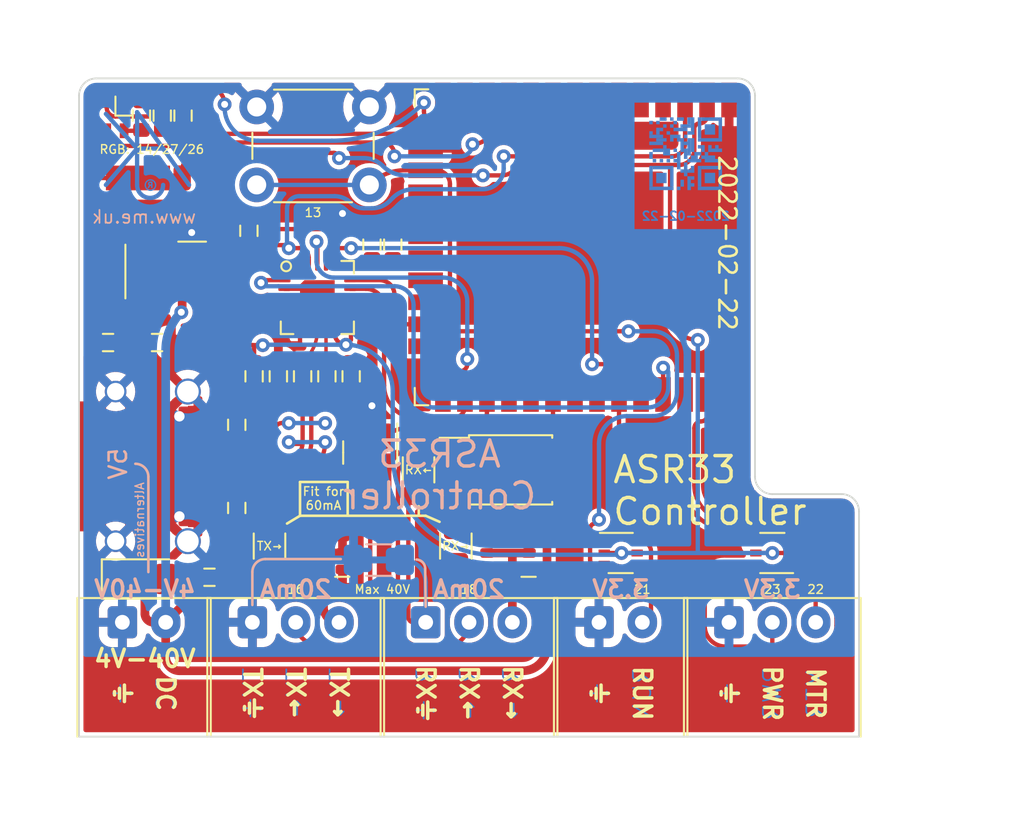
<source format=kicad_pcb>
(kicad_pcb (version 20211014) (generator pcbnew)
  (title_block (title "ASR33 driver") (date "${DATE}") (rev "1") (comment 1 "www.me.uk") (comment 2 "@TheRealRevK"))
  (layers (0 "F.Cu" signal) (31 "B.Cu" signal) (34 "B.Paste" user) (35 "F.Paste" user) (36 "B.SilkS" user "B.Silkscreen") (37 "F.SilkS" user "F.Silkscreen") (38 "B.Mask" user) (39 "F.Mask" user) (44 "Edge.Cuts" user))
  (property "DATE" "2022-02-22")
  (net 0 "")
  (net 1 "D+")
  (net 2 "GND")
  (net 3 "D-")
  (net 4 "+3V3")
  (net 5 "VBUS")
  (net 7 "MTR")
  (net 8 "PWR")
  (net 9 "RUN")
  (net 10 "RX20MA")
  (net 11 "O")
  (net 12 "I")
  (net 13 "Net-(J1-PadA5)")
  (net 22 "EN")
  (net 24 "Net-(J1-PadB5)")
  (net 26 "GPIO0")
  (net 28 "Net-(D1-Pad2)")
  (net 29 "TX20MA")
  (net 30 "CHARGER")
  (net 31 "USB")
  (net 32 "Net-(C2-Pad1)")
  (net 33 "Net-(D1-Pad3)")
  (net 34 "R")
  (net 35 "G")
  (net 36 "B")
  (net 38 "Net-(R2-Pad2)")
  (net 39 "Net-(D1-Pad4)")
  (net 40 "Net-(C3-Pad1)")
  (net 41 "Net-(J5-Pad2)")
  (net 42 "Net-(J6-Pad1)")
  (net 43 "Net-(J6-Pad2)")
  (net 44 "Net-(JP1-Pad1)")
  (net 45 "Net-(JP2-Pad1)")
  (net 50 "BUTTON")
  (net 52 "Net-(R11-Pad2)")
  (net 53 "Net-(J5-Pad3)")
  (net 54 "DC")
  (net 56 "Net-(J6-Pad3)")
  (footprint "RevK:USC16-TR-Round" (layer "F.Cu") (at 120 104.4 -90)
    (fp_text reference "J1" hide)
    (fp_text value "USB-C")
  )
  (footprint "RevK:R_0603" (layer "F.Cu") (at 124.8 84.15 90)
    (fp_text reference "R6" hide)
    (fp_text value "220R")
  )
  (footprint "RevK:C_0603" (layer "F.Cu") (at 130.1 99.2 -90)
    (fp_text reference "C1" hide)
    (fp_text value "100nF")
  )
  (footprint "RevK:R_0603" (layer "F.Cu") (at 129.1 106.8 90)
    (fp_text reference "R8" hide)
    (fp_text value "5K1")
  )
  (footprint "RevK:R_0603" (layer "F.Cu") (at 129.1 102 90)
    (fp_text reference "R7" hide)
    (fp_text value "5K1")
  )
  (footprint "RevK:R_0603" (layer "F.Cu") (at 134.3 99.2 90)
    (fp_text reference "R9" hide)
    (fp_text value "27R")
  )
  (footprint "RevK:R_0603" (layer "F.Cu") (at 132.9 99.2 -90)
    (fp_text reference "R10" hide)
    (fp_text value "27R")
  )
  (footprint "RevK:LED-RGB-1.6x1.6" (layer "F.Cu") (at 122.1 84.15 90)
    (fp_text reference "D1" hide)
    (fp_text value "RGB")
  )
  (footprint "RevK:R_0603" (layer "F.Cu") (at 123.6 84.15 90)
    (fp_text reference "R4" hide)
    (fp_text value "680R")
  )
  (footprint "RevK:R_0603" (layer "F.Cu") (at 126 84.15 90)
    (fp_text reference "R5" hide)
    (fp_text value "2K")
  )
  (footprint "RevK:C_0603" (layer "F.Cu") (at 127.525 110.8 180)
    (fp_text reference "C4" hide)
    (fp_text value "10nF")
  )
  (footprint "RevK:C_0603" (layer "F.Cu") (at 135.7 99.2 90)
    (fp_text reference "C2" hide)
    (fp_text value "47pF")
  )
  (footprint "RevK:C_0603" (layer "F.Cu") (at 131.5 99.2 90)
    (fp_text reference "C3" hide)
    (fp_text value "47pF")
  )
  (footprint "RevK:Hidden" (layer "F.Cu") (at 126.9 94 180)
    (fp_text reference "C6" hide)
    (fp_text value "2.2uF")
  )
  (footprint "RevK:Hidden" (layer "F.Cu") (at 126.9 87.75 180)
    (fp_text reference "C7" hide)
    (fp_text value "10uF")
  )
  (footprint "RevK:Hidden" (layer "F.Cu") (at 126.51 90.87 90)
    (fp_text reference "D5" hide)
    (fp_text value "Schottky")
  )
  (footprint "RevK:Hidden" (layer "F.Cu") (at 123.35 89.25 90)
    (fp_text reference "L1" hide)
    (fp_text value "6.8uH")
  )
  (footprint "RevK:Hidden" (layer "F.Cu") (at 123.6 95.25)
    (fp_text reference "C5" hide)
    (fp_text value "0.1uF")
  )
  (footprint "RevK:SOT-457" (layer "F.Cu") (at 144.75 109.4 180)
    (fp_text reference "U4" hide)
    (fp_text value "NCR402U")
  )
  (footprint "RevK:SOT-457" (layer "F.Cu") (at 134 109.4 180)
    (fp_text reference "U3" hide)
    (fp_text value "NCR402U")
  )
  (footprint "RevK:R_0603" (layer "F.Cu") (at 129.8 90.8 90)
    (fp_text reference "R1" hide)
    (fp_text value "10k")
  )
  (footprint "Package_SO:SO-4_4.4x3.6mm_P2.54mm" (layer "F.Cu") (at 144.9 104.6)
    (fp_text reference "U5" hide)
    (fp_text value "LTV-356T")
  )
  (footprint "RevK:QFN-20-1EP_4x4mm_P0.5mm_EP2.5x2.5mm" (layer "F.Cu") (at 133.75 94.65)
    (fp_text reference "U1" hide)
    (fp_text value "FT231XQ")
  )
  (footprint "Package_TO_SOT_SMD:SOT-363_SC-70-6" (layer "F.Cu") (at 160 109.4 180)
    (fp_text reference "D2" hide)
    (fp_text value "BAV99S")
  )
  (footprint "Package_TO_SOT_SMD:SOT-23" (layer "F.Cu") (at 136.8 103.6 -90)
    (fp_text reference "Q1" hide)
    (fp_text value "NX7002AK")
  )
  (footprint "RevK:Molex_MiniSPOX_H3RA" (layer "F.Cu") (at 132.5 113.4)
    (fp_text reference "J5" hide)
    (fp_text value "Tx")
  )
  (footprint "RevK:Pad_1206_0805_Open" (layer "F.Cu") (at 131 109 90)
    (fp_text reference "JP1" hide)
    (fp_text value "20R NF")
  )
  (footprint "RevK:Pad_1206_0805_Open" (layer "F.Cu") (at 139.6 104.6 90)
    (fp_text reference "JP4" hide)
    (fp_text value "20R NF")
  )
  (footprint "RevK:R_0603" (layer "F.Cu") (at 124.5 97.25 180)
    (fp_text reference "R12" hide)
    (fp_text value "3M 1% or NF")
  )
  (footprint "RevK:SW_PUSH_6mm_PTH" (layer "F.Cu") (at 133.5 85.9)
    (fp_text reference "SW1" hide)
    (fp_text value "SW_Push")
  )
  (footprint "Package_TO_SOT_SMD:SOT-363_SC-70-6" (layer "F.Cu") (at 151.25 109.4)
    (fp_text reference "D3" hide)
    (fp_text value "BAV99S")
  )
  (footprint "RevK:R_0603" (layer "F.Cu") (at 136.9 91.6 -90)
    (fp_text reference "R2" hide)
    (fp_text value "4k7")
  )
  (footprint "Diode_SMD:D_1206_3216Metric" (layer "F.Cu") (at 123.6 110.9)
    (fp_text reference "D4" hide)
    (fp_text value "Schottky")
  )
  (footprint "RevK:Molex_MiniSPOX_H3RA" (layer "F.Cu") (at 142.5 113.4)
    (fp_text reference "J6" hide)
    (fp_text value "Rx")
  )
  (footprint "RevK:Molex_MiniSPOX_H2RA" (layer "F.Cu") (at 123.75 113.4)
    (fp_text reference "J2" hide)
    (fp_text value "DC")
  )
  (footprint "RevK:Pad_1206_0805_Open" (layer "F.Cu") (at 141.75 109 90)
    (fp_text reference "JP2" hide)
    (fp_text value "20R NF")
  )
  (footprint "RevK:ESP32-WROOM-32" (layer "F.Cu") (at 149.25 91.75 -90)
    (fp_text reference "U2" hide)
    (fp_text value "ESP32-WROOM-32")
  )
  (footprint "RevK:R_0603" (layer "F.Cu") (at 138.1 91.6 90)
    (fp_text reference "R3" hide)
    (fp_text value "10k")
  )
  (footprint "RevK:R_0603" (layer "F.Cu") (at 121.675 97.25)
    (fp_text reference "R11" hide)
    (fp_text value "10M 1% or 0R")
  )
  (footprint "RevK:Molex_MiniSPOX_H3RA" (layer "F.Cu") (at 160 113.4)
    (fp_text reference "J3" hide)
    (fp_text value "Power")
  )
  (footprint "RevK:Molex_MiniSPOX_H2RA" (layer "F.Cu") (at 151.25 113.4)
    (fp_text reference "J4" hide)
    (fp_text value "RUN")
  )
  (footprint "RevK:RegulatorBlockFB" (layer "F.Cu") (at 123.35 93.15 90)
    (fp_text reference "U6" hide)
    (fp_text value "LMR16006+FB")
  )
  (footprint "RevK:AJK" (layer "B.Cu") (at 123.35 86.05 180)
    (fp_text reference "Logo1" hide)
    (fp_text value "AJK" hide)
  )
  (footprint "RevK:Pad_1206_0805_Bridged" (layer "B.Cu") (at 137.3 109.8)
    (fp_text reference "JP3" hide)
    (fp_text value "GND-Linked")
  )
  (footprint "RevK:QR-ASR33" (layer "B.Cu") (at 155 86.35 180)
    (fp_text reference "U7" hide)
    (fp_text value "QR" hide)
  )
  (gr_arc (start 130 110.5) (mid 130.21967 109.96967) (end 130.75 109.75) (layer "B.SilkS") (width 0.15))
  (gr_line (start 130.75 109.75) (end 135.1 109.75) (layer "B.SilkS") (width 0.15))
  (gr_arc (start 123.25 104.25) (mid 123.78033 104.46967) (end 124 105) (layer "B.SilkS") (width 0.15))
  (gr_line (start 140 112.5) (end 139.96967 110.3) (layer "B.SilkS") (width 0.15))
  (gr_arc (start 139.46967 109.78033) (mid 139.826099 109.937764) (end 139.96967 110.3) (layer "B.SilkS") (width 0.15))
  (gr_line (start 124 105) (end 124 110.5) (layer "B.SilkS") (width 0.15))
  (gr_line (start 130 112.4) (end 130 110.5) (layer "B.SilkS") (width 0.15))
  (gr_line (start 139.6 107.2) (end 139.6 106.7) (layer "F.SilkS") (width 0.15))
  (gr_line (start 140 107.25) (end 140.8 107.6) (layer "F.SilkS") (width 0.15))
  (gr_line (start 135.5 105.3) (end 135.5 107.2) (layer "F.SilkS") (width 0.15))
  (gr_line (start 132.75 107.25) (end 132.75 105.3) (layer "F.SilkS") (width 0.15))
  (gr_line (start 132.75 105.3) (end 135.5 105.3) (layer "F.SilkS") (width 0.15))
  (gr_line (start 132 107.7) (end 132.75 107.25) (layer "F.SilkS") (width 0.15))
  (gr_line (start 132.75 107.25) (end 140 107.25) (layer "F.SilkS") (width 0.15))
  (gr_line (start 159 105) (end 159 83) (layer "Edge.Cuts") (width 0.1))
  (gr_arc (start 120 83) (mid 120.292893 82.292893) (end 121 82) (layer "Edge.Cuts") (width 0.1))
  (gr_arc (start 158 82) (mid 158.707107 82.292893) (end 159 83) (layer "Edge.Cuts") (width 0.1))
  (gr_line (start 164 106) (end 160 106) (layer "Edge.Cuts") (width 0.1))
  (gr_arc (start 164 106) (mid 164.707107 106.292893) (end 165 107) (layer "Edge.Cuts") (width 0.1))
  (gr_line (start 120 120) (end 165 120) (layer "Edge.Cuts") (width 0.1))
  (gr_line (start 120 120) (end 120 83) (layer "Edge.Cuts") (width 0.1))
  (gr_arc (start 160 106) (mid 159.292893 105.707107) (end 159 105) (layer "Edge.Cuts") (width 0.1))
  (gr_line (start 158 82) (end 121 82) (layer "Edge.Cuts") (width 0.1))
  (gr_line (start 165 120) (end 165 107) (layer "Edge.Cuts") (width 0.1))
  (gr_text "⏚" (at 150 117.5 90) (layer "B.Cu") (effects (font (size 1 1) (thickness 0.1)) (justify mirror)))
  (gr_text "⏚" (at 122.5 117.5 90) (layer "B.Cu") (effects (font (size 1 1) (thickness 0.1)) (justify mirror)))
  (gr_text "TX←" (at 132.5 117.5 90) (layer "B.Cu") (effects (font (size 1 1) (thickness 0.1)) (justify mirror)))
  (gr_text "MTR" (at 162.5 117.5 90) (layer "B.Cu") (effects (font (size 1 1) (thickness 0.1)) (justify mirror)))
  (gr_text "⏚" (at 157.5 117.5 90) (layer "B.Cu") (effects (font (size 1 1) (thickness 0.1)) (justify mirror)))
  (gr_text "RX→" (at 145 117.5 90) (layer "B.Cu") (effects (font (size 1 1) (thickness 0.1)) (justify mirror)))
  (gr_text "RUN" (at 152.5 117.5 90) (layer "B.Cu") (effects (font (size 1 1) (thickness 0.1)) (justify mirror)))
  (gr_text "DC" (at 125 117.5 90) (layer "B.Cu") (effects (font (size 1 1) (thickness 0.1)) (justify mirror)))
  (gr_text "TX→" (at 135 117.5 90) (layer "B.Cu") (effects (font (size 1 1) (thickness 0.1)) (justify mirror)))
  (gr_text "TX⏚" (at 130 117.5 90) (layer "B.Cu") (effects (font (size 1 1) (thickness 0.1)) (justify mirror)))
  (gr_text "PWR" (at 160 117.5 90) (layer "B.Cu") (effects (font (size 1 1) (thickness 0.1)) (justify mirror)))
  (gr_text "RX⏚" (at 140 117.5 90) (layer "B.Cu") (effects (font (size 1 1) (thickness 0.1)) (justify mirror)))
  (gr_text "RX←" (at 142.5 117.5 90) (layer "B.Cu") (effects (font (size 1 1) (thickness 0.1)) (justify mirror)))
  (gr_text "5V" (at 122.25 104.25 90) (layer "B.SilkS") (effects (font (size 1 1)) (justify mirror)))
  (gr_text "www.me.uk" (at 123.75 90) (layer "B.SilkS") (effects (font (size 0.75 0.75) (thickness 0.1)) (justify mirror)))
  (gr_text "4V-40V" (at 123.8 111.5) (layer "B.SilkS") (effects (font (size 1 1) (thickness 0.2)) (justify mirror)))
  (gr_text "20mA" (at 132.5 111.5) (layer "B.SilkS") (effects (font (size 1 1) (thickness 0.2)) (justify mirror)))
  (gr_text "ASR33\nController" (at 140.8 104.9) (layer "B.SilkS") (effects (font (size 1.5 1.5) (thickness 0.2)) (justify mirror)))
  (gr_text "3.3V" (at 160 111.5) (layer "B.SilkS") (effects (font (size 1 1) (thickness 0.2)) (justify mirror)))
  (gr_text "20mA" (at 142.5 111.5) (layer "B.SilkS") (effects (font (size 1 1) (thickness 0.2)) (justify mirror)))
  (gr_text "Alternatives" (at 123.5 107.5 90) (layer "B.SilkS") (effects (font (size 0.5 0.5) (thickness 0.08)) (justify mirror)))
  (gr_text "3.3V" (at 151.25 111.5) (layer "B.SilkS") (effects (font (size 1 1) (thickness 0.2)) (justify mirror)))
  (gr_text "TX→" (at 131 109) (layer "F.SilkS") (effects (font (size 0.5 0.5) (thickness 0.08))))
  (gr_text "MTR" (at 162.5 117.5 270) (layer "F.SilkS") (effects (font (size 1 1) (thickness 0.2))))
  (gr_text "22" (at 162.5 111.5) (layer "F.SilkS") (effects (font (size 0.5 0.5) (thickness 0.08))))
  (gr_text "⏚" (at 122.5 117.5 270) (layer "F.SilkS") (effects (font (size 1 1) (thickness 0.2))))
  (gr_text "4V-40V" (at 123.8 115.5) (layer "F.SilkS") (effects (font (size 1 1) (thickness 0.2))))
  (gr_text "Fit for\n60mA" (at 134.1 106.25) (layer "F.SilkS") (effects (font (size 0.5 0.5) (thickness 0.08))))
  (gr_text "${DATE}" (at 157.4 91.5 270) (layer "F.SilkS") (effects (font (size 1 1))))
  (gr_text "RX→" (at 141.75 109) (layer "F.SilkS") (effects (font (size 0.5 0.5) (thickness 0.08))))
  (gr_text "RUN" (at 152.5 117.5 270) (layer "F.SilkS") (effects (font (size 1 1) (thickness 0.2))))
  (gr_text "⏚" (at 157.5 117.5 270) (layer "F.SilkS") (effects (font (size 1 1) (thickness 0.2))))
  (gr_text "18" (at 142.5 111.5) (layer "F.SilkS") (effects (font (size 0.5 0.5) (thickness 0.08))))
  (gr_text "ASR33\nController" (at 150.7 105.8) (layer "F.SilkS") (effects (font (size 1.5 1.5) (thickness 0.2)) (justify left)))
  (gr_text "TX⏚" (at 130 117.5 270) (layer "F.SilkS") (effects (font (size 1 1) (thickness 0.2))))
  (gr_text "RGB: 14/27/26" (at 124.2 86.1) (layer "F.SilkS") (effects (font (size 0.5 0.5) (thickness 0.08))))
  (gr_text "TX←" (at 132.5 117.5 270) (layer "F.SilkS") (effects (font (size 1 1) (thickness 0.2))))
  (gr_text "PWR" (at 160 117.5 270) (layer "F.SilkS") (effects (font (size 1 1) (thickness 0.2))))
  (gr_text "21" (at 152.5 111.5) (layer "F.SilkS") (effects (font (size 0.5 0.5) (thickness 0.08))))
  (gr_text "TX→" (at 135 117.5 270) (layer "F.SilkS") (effects (font (size 1 1) (thickness 0.2))))
  (gr_text "Max 40V" (at 137.5 111.5) (layer "F.SilkS") (effects (font (size 0.5 0.5) (thickness 0.08))))
  (gr_text "⏚" (at 150 117.5 270) (layer "F.SilkS") (effects (font (size 1 1) (thickness 0.2))))
  (gr_text "RX←" (at 142.5 117.5 270) (layer "F.SilkS") (effects (font (size 1 1) (thickness 0.2))))
  (gr_text "13" (at 133.5 89.75) (layer "F.SilkS") (effects (font (size 0.5 0.5) (thickness 0.08))))
  (gr_text "16" (at 132.5 111.5) (layer "F.SilkS") (effects (font (size 0.5 0.5) (thickness 0.08))))
  (gr_text "RX⏚" (at 140 117.5 270) (layer "F.SilkS") (effects (font (size 1 1) (thickness 0.2))))
  (gr_text "23" (at 160 111.5) (layer "F.SilkS") (effects (font (size 0.5 0.5) (thickness 0.08))))
  (gr_text "RX→" (at 145 117.5 270) (layer "F.SilkS") (effects (font (size 1 1) (thickness 0.2))))
  (gr_text "RX←" (at 139.6 104.6) (layer "F.SilkS") (effects (font (size 0.5 0.5) (thickness 0.08))))
  (gr_text "DC" (at 125 117.5 270) (layer "F.SilkS") (effects (font (size 1 1) (thickness 0.2))))
  (segment (start 133.060571 98.214429) (end 132.9 98.375) (width 0.2) (layer "F.Cu") (net 1))
  (arc (start 133.75 96.55) (mid 133.570823 97.450782) (end 133.060571 98.214429) (width 0.2) (layer "F.Cu") (net 1))
  (segment (start 133.25 94.15) (end 133.75 94.65) (width 0.25) (layer "F.Cu") (net 2))
  (segment (start 135.7 98.425) (end 136.175 98.425) (width 0.25) (layer "F.Cu") (net 2))
  (segment (start 150 111.6) (end 150 113.4) (width 0.25) (layer "F.Cu") (net 2))
  (segment (start 131.5 97.3) (end 131.5 98.425) (width 0.25) (layer "F.Cu") (net 2))
  (segment (start 132.7 97.3) (end 131.5 97.3) (width 0.25) (layer "F.Cu") (net 2))
  (segment (start 131.85 94.15) (end 133.25 94.15) (width 0.25) (layer "F.Cu") (net 2))
  (segment (start 151.2 108) (end 151.2 107.7) (width 0.25) (layer "F.Cu") (net 2))
  (segment (start 126.52 89.3875) (end 126.52 90.851716) (width 0.5) (layer "F.Cu") (net 2))
  (segment (start 135.65 94.65) (end 135.85 94.65) (width 0.25) (layer "F.Cu") (net 2))
  (segment (start 130.1 99.975) (end 130.1 99.825) (width 0.25) (layer "F.Cu") (net 2))
  (segment (start 128.7 108.025) (end 128.7 110.4) (width 0.25) (layer "F.Cu") (net 2))
  (segment (start 136.1 107.7) (end 136.1 110.2) (width 0.25) (layer "F.Cu") (net 2))
  (segment (start 132.75 97.25) (end 132.7 97.3) (width 0.25) (layer "F.Cu") (net 2))
  (segment (start 131.85 95.65) (end 132.75 95.65) (width 0.25) (layer "F.Cu") (net 2))
  (segment (start 132.75 96.55) (end 132.75 97.25) (width 0.25) (layer "F.Cu") (net 2))
  (segment (start 132.75 96.55) (end 132.75 95.65) (width 0.25) (layer "F.Cu") (net 2))
  (segment (start 135.9 110.4) (end 135.25 110.4) (width 0.25) (layer "F.Cu") (net 2))
  (segment (start 131.85 94.65) (end 133.75 94.65) (width 0.25) (layer "F.Cu") (net 2))
  (segment (start 135.65 94.65) (end 133.75 94.65) (width 0.25) (layer "F.Cu") (net 2))
  (segment (start 131.85 95.15) (end 133.25 95.15) (width 0.25) (layer "F.Cu") (net 2))
  (segment (start 150.3 108.75) (end 150.45 108.75) (width 0.25) (layer "F.Cu") (net 2))
  (segment (start 130.425 106.3) (end 134.7 106.3) (width 0.25) (layer "F.Cu") (net 2))
  (segment (start 130.1 99.825) (end 131.5 98.425) (width 0.25) (layer "F.Cu") (net 2))
  (segment (start 150.1 106.6) (end 150 106.6) (width 0.25) (layer "F.Cu") (net 2))
  (segment (start 129.1 107.625) (end 130.425 106.3) (width 0.25) (layer "F.Cu") (net 2))
  (segment (start 148.8 107.8) (end 148.8 110.4) (width 0.25) (layer "F.Cu") (net 2))
  (segment (start 136.8 95.6) (end 136.8 97.8) (width 0.25) (layer "F.Cu") (net 2))
  (segment (start 132.75 95.65) (end 133.75 94.65) (width 0.25) (layer "F.Cu") (net 2))
  (via (at 136.9 100.9) (size 0.8) (drill 0.4) (layers "F.Cu" "B.Cu") (net 2))
  (via (at 135.2 89.8) (size 0.8) (drill 0.4) (layers "F.Cu" "B.Cu") (net 2))
  (via (at 126.5 90.9) (size 0.8) (drill 0.4) (layers "F.Cu" "B.Cu") (net 2))
  (arc (start 136.175 98.425) (mid 136.616942 98.241942) (end 136.8 97.8) (width 0.25) (layer "F.Cu") (net 2))
  (arc (start 150 106.6) (mid 149.151472 106.951472) (end 148.8 107.8) (width 0.25) (layer "F.Cu") (net 2))
  (arc (start 148.8 110.4) (mid 149.092893 111.107107) (end 149.8 111.4) (width 0.25) (layer "F.Cu") (net 2))
  (arc (start 128.7 110.4) (mid 128.582843 110.682843) (end 128.3 110.8) (width 0.25) (layer "F.Cu") (net 2))
  (arc (start 149.8 111.4) (mid 149.941421 111.458579) (end 150 111.6) (width 0.25) (layer "F.Cu") (net 2))
  (arc (start 134.7 106.3) (mid 135.689949 106.710051) (end 136.1 107.7) (width 0.25) (layer "F.Cu") (net 2))
  (arc (start 150.45 108.75) (mid 150.98033 108.53033) (end 151.2 108) (width 0.25) (layer "F.Cu") (net 2))
  (arc (start 126.52 90.851716) (mid 126.514802 90.877847) (end 126.5 90.9) (width 0.5) (layer "F.Cu") (net 2))
  (arc (start 135.85 94.65) (mid 136.521751 94.928249) (end 136.8 95.6) (width 0.25) (layer "F.Cu") (net 2))
  (arc (start 136.1 110.2) (mid 136.041421 110.341421) (end 135.9 110.4) (width 0.25) (layer "F.Cu") (net 2))
  (arc (start 151.2 107.7) (mid 150.877817 106.922183) (end 150.1 106.6) (width 0.25) (layer "F.Cu") (net 2))
  (arc (start 135.25 110.4) (mid 135.214645 110.385355) (end 135.2 110.35) (width 0.25) (layer "F.Cu") (net 2))
  (arc (start 129.1 107.625) (mid 128.817157 107.742157) (end 128.7 108.025) (width 0.25) (layer "F.Cu") (net 2))
  (segment (start 134.25 96.55) (end 134.25 98.25429) (width 0.2) (layer "F.Cu") (net 3))
  (arc (start 134.25 98.25429) (mid 134.262994 98.319617) (end 134.3 98.375) (width 0.2) (layer "F.Cu") (net 3))
  (segment (start 155.5 84.9) (end 155.5 86.1) (width 0.25) (layer "F.Cu") (net 4))
  (segment (start 135.65 95.15) (end 135.65 95.65) (width 0.25) (layer "F.Cu") (net 4))
  (segment (start 122.6 83.275) (end 122.6 83) (width 0.25) (layer "F.Cu") (net 4))
  (segment (start 130.05 92.75) (end 132.75 92.75) (width 0.25) (layer "F.Cu") (net 4))
  (segment (start 130.1 98.425) (end 130.1 97.5) (width 0.25) (layer "F.Cu") (net 4))
  (segment (start 123.4 87.75) (end 120.45 87.75) (width 0.25) (layer "F.Cu") (net 4))
  (segment (start 154.6 87) (end 154.1 87) (width 0.25) (layer "F.Cu") (net 4))
  (segment (start 135.6875 95.65) (end 135.6875 97.088174) (width 0.25) (layer "F.Cu") (net 4))
  (segment (start 135.6875 97.088174) (end 135.398569 97.377105) (width 0.25) (layer "F.Cu") (net 4))
  (segment (start 120.4 87.7) (end 120.4 96.8) (width 0.25) (layer "F.Cu") (net 4))
  (segment (start 125.95 87.75) (end 125.95 87.35) (width 0.25) (layer "F.Cu") (net 4))
  (segment (start 150.3 109.4) (end 151.3 109.4) (width 0.25) (layer "F.Cu") (net 4))
  (segment (start 127 86.3) (end 134.7 86.3) (width 0.25) (layer "F.Cu") (net 4))
  (segment (start 154.1 87) (end 154.1 95.5) (width 0.25) (layer "F.Cu") (net 4))
  (segment (start 130.6 97.4) (end 130 97.4) (width 0.25) (layer "F.Cu") (net 4))
  (segment (start 151.3 109.4) (end 152.2 109.4) (width 0.25) (layer "F.Cu") (net 4))
  (segment (start 134.75 96.55) (end 134.75 96.728536) (width 0.25) (layer "F.Cu") (net 4))
  (segment (start 143.3 87.6) (end 144.375736 87.6) (width 0.25) (layer "F.Cu") (net 4))
  (segment (start 159.05 109.4) (end 160 109.4) (width 0.25) (layer "F.Cu") (net 4))
  (segment (start 122 82.4) (end 121.1 82.4) (width 0.25) (layer "F.Cu") (net 4))
  (segment (start 120.4 83.1) (end 120.4 87.7) (width 0.25) (layer "F.Cu") (net 4))
  (segment (start 154.1 87) (end 145.824264 87) (width 0.25) (layer "F.Cu") (net 4))
  (segment (start 128.7 86.3) (end 128.7 88.875) (width 0.25) (layer "F.Cu") (net 4))
  (segment (start 129.5 93.3) (end 129.5 96.9) (width 0.25) (layer "F.Cu") (net 4))
  (segment (start 156.235 83.25) (end 156.235 84.165) (width 0.25) (layer "F.Cu") (net 4))
  (segment (start 160 109.4) (end 160.95 109.4) (width 0.25) (layer "F.Cu") (net 4))
  (via (at 155.7 97.1) (size 0.8) (drill 0.4) (layers "F.Cu" "B.Cu") (net 4))
  (via (at 151.3 109.4) (size 0.8) (drill 0.4) (layers "F.Cu" "B.Cu") (net 4))
  (via (at 160 109.4) (size 0.8) (drill 0.4) (layers "F.Cu" "B.Cu") (net 4))
  (via (at 135 86.6) (size 0.8) (drill 0.4) (layers "F.Cu" "B.Cu") (net 4))
  (via (at 130.6 97.4) (size 0.8) (drill 0.4) (layers "F.Cu" "B.Cu") (net 4))
  (via (at 143.3 87.6) (size 0.8) (drill 0.4) (layers "F.Cu" "B.Cu") (net 4))
  (via (at 135.398569 97.377105) (size 0.8) (drill 0.4) (layers "F.Cu" "B.Cu") (net 4))
  (arc (start 129.8 89.975) (mid 129.022183 89.652817) (end 128.7 88.875) (width 0.25) (layer "F.Cu") (net 4))
  (arc (start 145.1 87.3) (mid 144.767706 87.522032) (end 144.375736 87.6) (width 0.25) (layer "F.Cu") (net 4))
  (arc (start 120.4 83.1) (mid 120.605025 82.605025) (end 121.1 82.4) (width 0.25) (layer "F.Cu") (net 4))
  (arc (start 120.45 87.75) (mid 120.414645 87.735355) (end 120.4 87.7) (width 0.25) (layer "F.Cu") (net 4))
  (arc (start 130 97.4) (mid 129.646447 97.253553) (end 129.5 96.9) (width 0.25) (layer "F.Cu") (net 4))
  (arc (start 120.4 96.8) (mid 120.531802 97.118198) (end 120.85 97.25) (width 0.25) (layer "F.Cu") (net 4))
  (arc (start 145.824264 87) (mid 145.432296 87.077967) (end 145.1 87.3) (width 0.25) (layer "F.Cu") (net 4))
  (arc (start 130.1 97.5) (mid 130.070711 97.429289) (end 130 97.4) (width 0.25) (layer "F.Cu") (net 4))
  (arc (start 155.5 86.1) (mid 155.236396 86.736396) (end 154.6 87) (width 0.25) (layer "F.Cu") (net 4))
  (arc (start 134.75 96.728536) (mid 134.939961 97.187144) (end 135.398569 97.377105) (width 0.25) (layer "F.Cu") (net 4))
  (arc (start 155.8 84.6) (mid 155.587868 84.687868) (end 155.5 84.9) (width 0.25) (layer "F.Cu") (net 4))
  (arc (start 125.95 87.35) (mid 126.257538 86.607538) (end 127 86.3) (width 0.25) (layer "F.Cu") (net 4))
  (arc (start 154.1 95.5) (mid 154.568629 96.631371) (end 155.7 97.1) (width 0.25) (layer "F.Cu") (net 4))
  (arc (start 122.6 83) (mid 122.424264 82.575736) (end 122 82.4) (width 0.25) (layer "F.Cu") (net 4))
  (arc (start 134.7 86.3) (mid 134.912132 86.387868) (end 135 86.6) (width 0.25) (layer "F.Cu") (net 4))
  (arc (start 156.235 84.165) (mid 156.107591 84.472591) (end 155.8 84.6) (width 0.25) (layer "F.Cu") (net 4))
  (arc (start 129.5 93.3) (mid 129.661091 92.911091) (end 130.05 92.75) (width 0.25) (layer "F.Cu") (net 4))
  (segment (start 135.398569 97.377105) (end 130.622895 97.377105) (width 0.25) (layer "B.Cu") (net 4))
  (segment (start 130.622895 97.377105) (end 130.6 97.4) (width 0.25) (layer "B.Cu") (net 4))
  (segment (start 136.417755 86.6) (end 135 86.6) (width 0.25) (layer "B.Cu") (net 4))
  (segment (start 138.1 100.3) (end 138.1 103.7) (width 0.25) (layer "B.Cu") (net 4))
  (segment (start 143.9 109.5) (end 151.2 109.5) (width 0.25) (layer "B.Cu") (net 4))
  (segment (start 138.1 100.078536) (end 138.1 100.3) (width 0.25) (layer "B.Cu") (net 4))
  (segment (start 155.7 109.4) (end 160 109.4) (width 0.25) (layer "B.Cu") (net 4))
  (segment (start 151.3 109.4) (end 155.7 109.4) (width 0.25) (layer "B.Cu") (net 4))
  (segment (start 155.7 97.1) (end 155.7 109.4) (width 0.25) (layer "B.Cu") (net 4))
  (segment (start 138.831967 87.6) (end 143.3 87.6) (width 0.25) (layer "B.Cu") (net 4))
  (arc (start 135.398569 97.377105) (mid 137.308769 98.168336) (end 138.1 100.078536) (width 0.25) (layer "B.Cu") (net 4))
  (arc (start 138.1 103.7) (mid 139.798781 107.801219) (end 143.9 109.5) (width 0.25) (layer "B.Cu") (net 4))
  (arc (start 137.536571 87.063429) (mid 137.023253 86.720441) (end 136.417755 86.6) (width 0.25) (layer "B.Cu") (net 4))
  (arc (start 151.2 109.5) (mid 151.270711 109.470711) (end 151.3 109.4) (width 0.25) (layer "B.Cu") (net 4))
  (arc (start 138.831967 87.6) (mid 138.130904 87.46055) (end 137.536571 87.063429) (width 0.25) (layer "B.Cu") (net 4))
  (segment (start 126.86 106.8) (end 126.4 106.8) (width 0.25) (layer "F.Cu") (net 5))
  (segment (start 129 91.208217) (end 129 99.192894) (width 0.25) (layer "F.Cu") (net 5))
  (segment (start 126.75 110.8) (end 127.54038 110.00962) (width 0.5) (layer "F.Cu") (net 5))
  (segment (start 125.9 106.3) (end 125.9 102.474994) (width 0.25) (layer "F.Cu") (net 5))
  (segment (start 126.86 102) (end 127.3 102) (width 0.25) (layer "F.Cu") (net 5))
  (segment (start 126.374994 102) (end 126.86 102) (width 0.25) (layer "F.Cu") (net 5))
  (segment (start 136.825 90.7) (end 129.508217 90.7) (width 0.25) (layer "F.Cu") (net 5))
  (segment (start 128 108.9) (end 128 107.5) (width 0.5) (layer "F.Cu") (net 5))
  (segment (start 128.5 100.4) (end 128.382843 100.517157) (width 0.25) (layer "F.Cu") (net 5))
  (segment (start 126.86 106.8) (end 127.3 106.8) (width 0.5) (layer "F.Cu") (net 5))
  (segment (start 125 110.9) (end 126.65 110.9) (width 0.5) (layer "F.Cu") (net 5))
  (arc (start 126.4 106.8) (mid 126.046447 106.653553) (end 125.9 106.3) (width 0.25) (layer "F.Cu") (net 5))
  (arc (start 127.3 102) (mid 127.865685 101.765685) (end 128.1 101.2) (width 0.25) (layer "F.Cu") (net 5))
  (arc (start 126.65 110.9) (mid 126.720711 110.870711) (end 126.75 110.8) (width 0.5) (layer "F.Cu") (net 5))
  (arc (start 128.382843 100.517157) (mid 128.173509 100.830448) (end 128.1 101.2) (width 0.25) (layer "F.Cu") (net 5))
  (arc (start 136.9 90.775) (mid 136.878033 90.721967) (end 136.825 90.7) (width 0.25) (layer "F.Cu") (net 5))
  (arc (start 125.9 102.474994) (mid 126.039123 102.139123) (end 126.374994 102) (width 0.25) (layer "F.Cu") (net 5))
  (arc (start 127.54038 110.00962) (mid 127.880548 109.500522) (end 128 108.9) (width 0.5) (layer "F.Cu") (net 5))
  (arc (start 129 99.192894) (mid 128.870054 99.846175) (end 128.5 100.4) (width 0.25) (layer "F.Cu") (net 5))
  (arc (start 127.3 106.8) (mid 127.794975 107.005025) (end 128 107.5) (width 0.5) (layer "F.Cu") (net 5))
  (arc (start 129.508217 90.7) (mid 129.148853 90.848853) (end 129 91.208217) (width 0.25) (layer "F.Cu") (net 5))
  (segment (start 162.5 113.4) (end 162.5 109.5) (width 0.25) (layer "F.Cu") (net 7))
  (segment (start 154.965 100.25) (end 154.965 105.565) (width 0.25) (layer "F.Cu") (net 7))
  (segment (start 157.4 108) (end 160.2 108) (width 0.25) (layer "F.Cu") (net 7))
  (segment (start 160.95 108.75) (end 161.75 108.75) (width 0.25) (layer "F.Cu") (net 7))
  (arc (start 154.965 105.565) (mid 155.678195 107.286805) (end 157.4 108) (width 0.25) (layer "F.Cu") (net 7))
  (arc (start 160.2 108) (mid 160.73033 108.21967) (end 160.95 108.75) (width 0.25) (layer "F.Cu") (net 7))
  (arc (start 161.75 108.75) (mid 162.28033 108.96967) (end 162.5 109.5) (width 0.25) (layer "F.Cu") (net 7))
  (segment (start 156.1 111.2) (end 156.1 113.6) (width 0.25) (layer "F.Cu") (net 8))
  (segment (start 163 109.7) (end 163 111.475736) (width 0.25) (layer "F.Cu") (net 8))
  (segment (start 159.05 110.05) (end 157.25 110.05) (width 0.25) (layer "F.Cu") (net 8))
  (segment (start 160 113.4) (end 160 114.8) (width 0.25) (layer "F.Cu") (net 8))
  (segment (start 157.5 107.5) (end 160.8 107.5) (width 0.25) (layer "F.Cu") (net 8))
  (segment (start 157.3 114.8) (end 160 114.8) (width 0.25) (layer "F.Cu") (net 8))
  (segment (start 155.5 102.2) (end 155.5 105.5) (width 0.25) (layer "F.Cu") (net 8))
  (segment (start 156.235 100.25) (end 156.235 101.465) (width 0.25) (layer "F.Cu") (net 8))
  (segment (start 163.7 113.165685) (end 163.7 113.6) (width 0.25) (layer "F.Cu") (net 8))
  (segment (start 160 114.8) (end 162.5 114.8) (width 0.25) (layer "F.Cu") (net 8))
  (arc (start 160.8 107.5) (mid 162.355635 108.144365) (end 163 109.7) (width 0.25) (layer "F.Cu") (net 8))
  (arc (start 156.1 113.6) (mid 156.451472 114.448528) (end 157.3 114.8) (width 0.25) (layer "F.Cu") (net 8))
  (arc (start 163 111.475736) (mid 163.077968 111.867706) (end 163.3 112.2) (width 0.25) (layer "F.Cu") (net 8))
  (arc (start 155.9 101.8) (mid 155.617157 101.917157) (end 155.5 102.2) (width 0.25) (layer "F.Cu") (net 8))
  (arc (start 155.5 105.5) (mid 156.085786 106.914214) (end 157.5 107.5) (width 0.25) (layer "F.Cu") (net 8))
  (arc (start 162.5 114.8) (mid 163.348528 114.448528) (end 163.7 113.6) (width 0.25) (layer "F.Cu") (net 8))
  (arc (start 156.235 101.465) (mid 156.136881 101.701881) (end 155.9 101.8) (width 0.25) (layer "F.Cu") (net 8))
  (arc (start 163.3 112.2) (mid 163.596044 112.643061) (end 163.7 113.165685) (width 0.25) (layer "F.Cu") (net 8))
  (arc (start 157.25 110.05) (mid 156.436827 110.386827) (end 156.1 111.2) (width 0.25) (layer "F.Cu") (net 8))
  (segment (start 153 109.3) (end 153 112.9) (width 0.25) (layer "F.Cu") (net 9))
  (segment (start 151.155 106.255) (end 151.155 100.25) (width 0.25) (layer "F.Cu") (net 9))
  (segment (start 152.2 108.75) (end 152.2 107.3) (width 0.25) (layer "F.Cu") (net 9))
  (segment (start 152.2 108.75) (end 152.45 108.75) (width 0.25) (layer "F.Cu") (net 9))
  (arc (start 151.8 106.9) (mid 151.343916 106.711084) (end 151.155 106.255) (width 0.25) (layer "F.Cu") (net 9))
  (arc (start 153 112.9) (mid 152.853553 113.253553) (end 152.5 113.4) (width 0.25) (layer "F.Cu") (net 9))
  (arc (start 152.2 107.3) (mid 152.082843 107.017157) (end 151.8 106.9) (width 0.25) (layer "F.Cu") (net 9))
  (arc (start 152.45 108.75) (mid 152.838909 108.911091) (end 153 109.3) (width 0.25) (layer "F.Cu") (net 9))
  (segment (start 147.345 100.25) (end 147.345 102.625) (width 0.25) (layer "F.Cu") (net 10))
  (arc (start 147.345 102.625) (mid 147.55149 103.12351) (end 148.05 103.33) (width 0.25) (layer "F.Cu") (net 10))
  (segment (start 153.7 98.7) (end 153.7 100.245) (width 0.25) (layer "F.Cu") (net 11))
  (segment (start 130.65 93.65) (end 130.5 93.8) (width 0.25) (layer "F.Cu") (net 11))
  (segment (start 131.8125 93.65) (end 130.65 93.65) (width 0.25) (layer "F.Cu") (net 11))
  (via (at 130.5 93.8) (size 0.8) (drill 0.4) (layers "F.Cu" "B.Cu") (net 11))
  (via (at 153.7 98.7) (size 0.8) (drill 0.4) (layers "F.Cu" "B.Cu") (net 11))
  (arc (start 153.7 100.245) (mid 153.698536 100.248536) (end 153.695 100.25) (width 0.25) (layer "F.Cu") (net 11))
  (segment (start 154 99) (end 154 99.8) (width 0.25) (layer "B.Cu") (net 11))
  (segment (start 139.3 99.8) (end 139.3 95.1) (width 0.25) (layer "B.Cu") (net 11))
  (segment (start 131.5 94) (end 130.7 94) (width 0.25) (layer "B.Cu") (net 11))
  (segment (start 152.8 101) (end 140.5 101) (width 0.25) (layer "B.Cu") (net 11))
  (segment (start 131.5 94) (end 138.2 94) (width 0.25) (layer "B.Cu") (net 11))
  (arc (start 139.3 95.1) (mid 138.977817 94.322183) (end 138.2 94) (width 0.25) (layer "B.Cu") (net 11))
  (arc (start 130.7 94) (mid 130.558579 93.941421) (end 130.5 93.8) (width 0.25) (layer "B.Cu") (net 11))
  (arc (start 154 99.8) (mid 153.648528 100.648528) (end 152.8 101) (width 0.25) (layer "B.Cu") (net 11))
  (arc (start 153.7 98.7) (mid 153.912132 98.787868) (end 154 99) (width 0.25) (layer "B.Cu") (net 11))
  (arc (start 140.5 101) (mid 139.651472 100.648528) (end 139.3 99.8) (width 0.25) (layer "B.Cu") (net 11))
  (segment (start 134.25 92.75) (end 134.25 92.35) (width 0.25) (layer "F.Cu") (net 12))
  (segment (start 152.425 100.25) (end 152.425 99) (width 0.25) (layer "F.Cu") (net 12))
  (segment (start 151.925 98.5) (end 149.6 98.5) (width 0.25) (layer "F.Cu") (net 12))
  (segment (start 135.7 91.8) (end 134.8 91.8) (width 0.25) (layer "F.Cu") (net 12))
  (via (at 135.7 91.8) (size 0.8) (drill 0.4) (layers "F.Cu" "B.Cu") (net 12))
  (via (at 149.6 98.5) (size 0.8) (drill 0.4) (layers "F.Cu" "B.Cu") (net 12))
  (arc (start 134.25 92.35) (mid 134.411091 91.961091) (end 134.8 91.8) (width 0.25) (layer "F.Cu") (net 12))
  (arc (start 152.425 99) (mid 152.278553 98.646447) (end 151.925 98.5) (width 0.25) (layer "F.Cu") (net 12))
  (segment (start 149.6 98.5) (end 149.6 93.7) (width 0.25) (layer "B.Cu") (net 12))
  (segment (start 135.7 91.8) (end 147.7 91.8) (width 0.25) (layer "B.Cu") (net 12))
  (arc (start 149.6 93.7) (mid 149.043503 92.356497) (end 147.7 91.8) (width 0.25) (layer "B.Cu") (net 12))
  (segment (start 126.86 103.15) (end 128.775 103.15) (width 0.25) (layer "F.Cu") (net 13))
  (arc (start 128.775 103.15) (mid 129.00481 103.05481) (end 129.1 102.825) (width 0.25) (layer "F.Cu") (net 13))
  (segment (start 129.8 91.625) (end 131.925 91.625) (width 0.25) (layer "F.Cu") (net 22))
  (segment (start 133.25 92.75) (end 133.25 92.35) (width 0.25) (layer "F.Cu") (net 22))
  (segment (start 132.1 91.8) (end 132.7 91.8) (width 0.25) (layer "F.Cu") (net 22))
  (segment (start 154.965 83.25) (end 154.965 85.735) (width 0.25) (layer "F.Cu") (net 22))
  (segment (start 144.5 86.5) (end 154.2 86.5) (width 0.25) (layer "F.Cu") (net 22))
  (via (at 144.5 86.5) (size 0.8) (drill 0.4) (layers "F.Cu" "B.Cu") (net 22))
  (via (at 132.1 91.8) (size 0.8) (drill 0.4) (layers "F.Cu" "B.Cu") (net 22))
  (arc (start 154.965 85.735) (mid 154.740937 86.275937) (end 154.2 86.5) (width 0.25) (layer "F.Cu") (net 22))
  (arc (start 133.25 92.35) (mid 133.088909 91.961091) (end 132.7 91.8) (width 0.25) (layer "F.Cu") (net 22))
  (arc (start 131.925 91.625) (mid 132.048744 91.676256) (end 132.1 91.8) (width 0.25) (layer "F.Cu") (net 22))
  (segment (start 144.5 87.2) (end 144.5 86.5) (width 0.25) (layer "B.Cu") (net 22))
  (segment (start 137.924264 89.075736) (end 138.1 88.9) (width 0.25) (layer "B.Cu") (net 22))
  (segment (start 132 91.558579) (end 132 89.5) (width 0.25) (layer "B.Cu") (net 22))
  (segment (start 132.7 88.8) (end 134.734315 88.8) (width 0.25) (layer "B.Cu") (net 22))
  (segment (start 136.424264 89.5) (end 136.9 89.5) (width 0.25) (layer "B.Cu") (net 22))
  (segment (start 139.307106 88.4) (end 143.3 88.4) (width 0.25) (layer "B.Cu") (net 22))
  (arc (start 132.1 91.8) (mid 132.025989 91.689235) (end 132 91.558579) (width 0.25) (layer "B.Cu") (net 22))
  (arc (start 135.7 89.2) (mid 136.032295 89.422033) (end 136.424264 89.5) (width 0.25) (layer "B.Cu") (net 22))
  (arc (start 143.3 88.4) (mid 144.148528 88.048528) (end 144.5 87.2) (width 0.25) (layer "B.Cu") (net 22))
  (arc (start 138.1 88.9) (mid 138.653825 88.529946) (end 139.307106 88.4) (width 0.25) (layer "B.Cu") (net 22))
  (arc (start 132 89.5) (mid 132.205025 89.005025) (end 132.7 88.8) (width 0.25) (layer "B.Cu") (net 22))
  (arc (start 136.9 89.5) (mid 137.454327 89.389737) (end 137.924264 89.075736) (width 0.25) (layer "B.Cu") (net 22))
  (arc (start 134.734315 88.8) (mid 135.25694 88.903957) (end 135.7 89.2) (width 0.25) (layer "B.Cu") (net 22))
  (segment (start 128.925 106.15) (end 126.86 106.15) (width 0.25) (layer "F.Cu") (net 24))
  (arc (start 129.1 105.975) (mid 129.048744 106.098744) (end 128.925 106.15) (width 0.25) (layer "F.Cu") (net 24))
  (segment (start 140.995 100.25) (end 140.995 99) (width 0.25) (layer "F.Cu") (net 26))
  (segment (start 142.4 98.5) (end 142.4 98.2) (width 0.25) (layer "F.Cu") (net 26))
  (segment (start 133.75 92.75) (end 133.75 91.4745) (width 0.25) (layer "F.Cu") (net 26))
  (segment (start 141.095 98.9) (end 142 98.9) (width 0.25) (layer "F.Cu") (net 26))
  (segment (start 133.75 91.4745) (end 133.7 91.4245) (width 0.25) (layer "F.Cu") (net 26))
  (via (at 133.7 91.4245) (size 0.8) (drill 0.4) (layers "F.Cu" "B.Cu") (net 26))
  (via (at 142.4 98.2) (size 0.8) (drill 0.4) (layers "F.Cu" "B.Cu") (net 26))
  (arc (start 142 98.9) (mid 142.282843 98.782843) (end 142.4 98.5) (width 0.25) (layer "F.Cu") (net 26))
  (arc (start 140.995 99) (mid 141.024289 98.929289) (end 141.095 98.9) (width 0.25) (layer "F.Cu") (net 26))
  (segment (start 141 93.5) (end 134.7 93.5) (width 0.25) (layer "B.Cu") (net 26))
  (segment (start 142.4 98.2) (end 142.4 94.9) (width 0.25) (layer "B.Cu") (net 26))
  (segment (start 133.701928 92.598302) (end 133.701928 91.426428) (width 0.25) (layer "B.Cu") (net 26))
  (segment (start 133.701928 91.426428) (end 133.7 91.4245) (width 0.25) (layer "B.Cu") (net 26))
  (arc (start 134.7 93.5) (mid 134.028441 93.240952) (end 133.701928 92.598302) (width 0.25) (layer "B.Cu") (net 26))
  (arc (start 142.4 94.9) (mid 141.989949 93.910051) (end 141 93.5) (width 0.25) (layer "B.Cu") (net 26))
  (segment (start 122.6 85.025) (end 123.55 85.025) (width 0.25) (layer "F.Cu") (net 28))
  (arc (start 123.55 85.025) (mid 123.585355 85.010355) (end 123.6 84.975) (width 0.25) (layer "F.Cu") (net 28))
  (segment (start 143.535 100.25) (end 143.535 101.265) (width 0.25) (layer "F.Cu") (net 29))
  (segment (start 142.6 102.2) (end 138.866573 102.2) (width 0.25) (layer "F.Cu") (net 29))
  (arc (start 143.535 101.265) (mid 143.261145 101.926145) (end 142.6 102.2) (width 0.25) (layer "F.Cu") (net 29))
  (arc (start 138.866573 102.2) (mid 138.262288 102.3202) (end 137.75 102.6625) (width 0.25) (layer "F.Cu") (net 29))
  (segment (start 137.6 95.2) (end 137.6 99.733396) (width 0.25) (layer "F.Cu") (net 30))
  (segment (start 141.6 101.6) (end 139.466604 101.6) (width 0.25) (layer "F.Cu") (net 30))
  (segment (start 135.65 94.15) (end 136.55 94.15) (width 0.25) (layer "F.Cu") (net 30))
  (segment (start 142.265 100.25) (end 142.265 100.935) (width 0.25) (layer "F.Cu") (net 30))
  (arc (start 142.265 100.935) (mid 142.070226 101.405226) (end 141.6 101.6) (width 0.25) (layer "F.Cu") (net 30))
  (arc (start 137.6 99.733396) (mid 138.146716 101.053284) (end 139.466604 101.6) (width 0.25) (layer "F.Cu") (net 30))
  (arc (start 136.55 94.15) (mid 137.292462 94.457538) (end 137.6 95.2) (width 0.25) (layer "F.Cu") (net 30))
  (segment (start 138.2 94.5) (end 138.2 95.8) (width 0.25) (layer "F.Cu") (net 31))
  (segment (start 135.65 93.65) (end 137.35 93.65) (width 0.25) (layer "F.Cu") (net 31))
  (segment (start 139.995 96.195) (end 138.595 96.195) (width 0.25) (layer "F.Cu") (net 31))
  (arc (start 138.595 96.195) (mid 138.315693 96.079307) (end 138.2 95.8) (width 0.25) (layer "F.Cu") (net 31))
  (arc (start 137.35 93.65) (mid 137.951041 93.898959) (end 138.2 94.5) (width 0.25) (layer "F.Cu") (net 31))
  (segment (start 133.4 101.9) (end 133.4 101.4) (width 0.25) (layer "F.Cu") (net 32))
  (segment (start 134.3 100.025) (end 135.65 100.025) (width 0.25) (layer "F.Cu") (net 32))
  (segment (start 134.2 101.9) (end 133.4 101.9) (width 0.25) (layer "F.Cu") (net 32))
  (segment (start 133.4 103) (end 133.4 101.9) (width 0.25) (layer "F.Cu") (net 32))
  (segment (start 131.3 103.3) (end 131.3 102.3) (width 0.25) (layer "F.Cu") (net 32))
  (segment (start 133.8 101) (end 133.9 101) (width 0.25) (layer "F.Cu") (net 32))
  (segment (start 134.3 100.6) (end 134.3 100.025) (width 0.25) (layer "F.Cu") (net 32))
  (segment (start 131.7 101.9) (end 132.1 101.9) (width 0.25) (layer "F.Cu") (net 32))
  (segment (start 126.86 103.65) (end 130.95 103.65) (width 0.25) (layer "F.Cu") (net 32))
  (segment (start 126.86 104.65) (end 131.75 104.65) (width 0.25) (layer "F.Cu") (net 32))
  (via (at 132.1 101.9) (size 0.8) (drill 0.4) (layers "F.Cu" "B.Cu") (net 32))
  (via (at 134.2 101.9) (size 0.8) (drill 0.4) (layers "F.Cu" "B.Cu") (net 32))
  (arc (start 131.3 102.3) (mid 131.417157 102.017157) (end 131.7 101.9) (width 0.25) (layer "F.Cu") (net 32))
  (arc (start 131.75 104.65) (mid 132.916726 104.166726) (end 133.4 103) (width 0.25) (layer "F.Cu") (net 32))
  (arc (start 130.95 103.65) (mid 131.197487 103.547487) (end 131.3 103.3) (width 0.25) (layer "F.Cu") (net 32))
  (arc (start 133.9 101) (mid 134.182843 100.882843) (end 134.3 100.6) (width 0.25) (layer "F.Cu") (net 32))
  (arc (start 135.65 100.025) (mid 135.685355 100.010355) (end 135.7 99.975) (width 0.25) (layer "F.Cu") (net 32))
  (arc (start 133.4 101.4) (mid 133.517157 101.117157) (end 133.8 101) (width 0.25) (layer "F.Cu") (net 32))
  (segment (start 132.1 101.9) (end 134 101.9) (width 0.25) (layer "B.Cu") (net 32))
  (segment (start 121.6 85.4) (end 121.6 85.025) (width 0.25) (layer "F.Cu") (net 33))
  (segment (start 126 85.5) (end 126 84.975) (width 0.25) (layer "F.Cu") (net 33))
  (segment (start 125.6 85.9) (end 122.1 85.9) (width 0.25) (layer "F.Cu") (net 33))
  (arc (start 125.6 85.9) (mid 125.882843 85.782843) (end 126 85.5) (width 0.25) (layer "F.Cu") (net 33))
  (arc (start 122.1 85.9) (mid 121.746447 85.753553) (end 121.6 85.4) (width 0.25) (layer "F.Cu") (net 33))
  (segment (start 124.408217 82.5) (end 127.4 82.5) (width 0.25) (layer "F.Cu") (net 34))
  (segment (start 123.6 83.325) (end 123.6 83.308217) (width 0.25) (layer "F.Cu") (net 34))
  (segment (start 139.9 83.4) (end 139.9 83.9) (width 0.25) (layer "F.Cu") (net 34))
  (segment (start 142.265 83.25) (end 142.265 83.735) (width 0.25) (layer "F.Cu") (net 34))
  (segment (start 141.4 84.6) (end 140.6 84.6) (width 0.25) (layer "F.Cu") (net 34))
  (via (at 139.9 83.4) (size 0.8) (drill 0.4) (layers "F.Cu" "B.Cu") (net 34))
  (via (at 128.4 83.5) (size 0.8) (drill 0.4) (layers "F.Cu" "B.Cu") (net 34))
  (arc (start 123.6 83.308217) (mid 123.836721 82.736721) (end 124.408217 82.5) (width 0.25) (layer "F.Cu") (net 34))
  (arc (start 139.9 83.9) (mid 140.105025 84.394975) (end 140.6 84.6) (width 0.25) (layer "F.Cu") (net 34))
  (arc (start 142.265 83.735) (mid 142.011647 84.346647) (end 141.4 84.6) (width 0.25) (layer "F.Cu") (net 34))
  (arc (start 127.4 82.5) (mid 128.107107 82.792893) (end 128.4 83.5) (width 0.25) (layer "F.Cu") (net 34))
  (segment (start 128.4 83.673143) (end 128.4 83.5) (width 0.25) (layer "B.Cu") (net 34))
  (segment (start 134.588731 85.6) (end 130.326857 85.6) (width 0.25) (layer "B.Cu") (net 34))
  (arc (start 130.326857 85.6) (mid 128.964363 85.035637) (end 128.4 83.673143) (width 0.25) (layer "B.Cu") (net 34))
  (arc (start 139.9 83.4) (mid 137.463169 85.028239) (end 134.588731 85.6) (width 0.25) (layer "B.Cu") (net 34))
  (segment (start 128.3 85.2) (end 141.751472 85.2) (width 0.25) (layer "F.Cu") (net 35))
  (segment (start 126 83.325) (end 126.425 83.325) (width 0.25) (layer "F.Cu") (net 35))
  (segment (start 143.535 83.791239) (end 143.535 83.25) (width 0.25) (layer "F.Cu") (net 35))
  (arc (start 143.2 84.6) (mid 143.447937 84.228937) (end 143.535 83.791239) (width 0.25) (layer "F.Cu") (net 35))
  (arc (start 141.751472 85.2) (mid 142.53541 85.044065) (end 143.2 84.6) (width 0.25) (layer "F.Cu") (net 35))
  (arc (start 127.7 84.6) (mid 127.875736 85.024264) (end 128.3 85.2) (width 0.25) (layer "F.Cu") (net 35))
  (arc (start 126.425 83.325) (mid 127.326561 83.698439) (end 127.7 84.6) (width 0.25) (layer "F.Cu") (net 35))
  (segment (start 127.941783 85.7) (end 137.5 85.7) (width 0.25) (layer "F.Cu") (net 36))
  (segment (start 143.553554 85.446447) (end 144.136783 84.863217) (width 0.25) (layer "F.Cu") (net 36))
  (segment (start 138.2 86.4) (end 138.2 86.5) (width 0.25) (layer "F.Cu") (net 36))
  (segment (start 124.8 83.325) (end 124.8 83.341783) (width 0.25) (layer "F.Cu") (net 36))
  (segment (start 125.658217 84.2) (end 126.441783 84.2) (width 0.25) (layer "F.Cu") (net 36))
  (via (at 138.2 86.5) (size 0.8) (drill 0.4) (layers "F.Cu" "B.Cu") (net 36))
  (via (at 142.7 85.8) (size 0.8) (drill 0.4) (layers "F.Cu" "B.Cu") (net 36))
  (arc (start 127 84.758217) (mid 127.275842 85.424158) (end 127.941783 85.7) (width 0.25) (layer "F.Cu") (net 36))
  (arc (start 124.8 83.341783) (mid 125.051366 83.948634) (end 125.658217 84.2) (width 0.25) (layer "F.Cu") (net 36))
  (arc (start 144.136783 84.863217) (mid 144.631336 84.123067) (end 144.805 83.25) (width 0.25) (layer "F.Cu") (net 36))
  (arc (start 142.7 85.8) (mid 143.16194 85.708114) (end 143.553554 85.446447) (width 0.25) (layer "F.Cu") (net 36))
  (arc (start 137.5 85.7) (mid 137.994975 85.905025) (end 138.2 86.4) (width 0.25) (layer "F.Cu") (net 36))
  (arc (start 126.441783 84.2) (mid 126.836502 84.363498) (end 127 84.758217) (width 0.25) (layer "F.Cu") (net 36))
  (segment (start 138.2 86.5) (end 142 86.5) (width 0.25) (layer "B.Cu") (net 36))
  (arc (start 142 86.5) (mid 142.494975 86.294975) (end 142.7 85.8) (width 0.25) (layer "B.Cu") (net 36))
  (segment (start 134.75 92.75) (end 136.575 92.75) (width 0.25) (layer "F.Cu") (net 38))
  (segment (start 136.9 92.425) (end 138.1 92.425) (width 0.25) (layer "F.Cu") (net 38))
  (arc (start 136.575 92.75) (mid 136.80481 92.65481) (end 136.9 92.425) (width 0.25) (layer "F.Cu") (net 38))
  (segment (start 124.8 84.5) (end 124.8 84.975) (width 0.25) (layer "F.Cu") (net 39))
  (segment (start 121.6 83.275) (end 121.6 83.7) (width 0.25) (layer "F.Cu") (net 39))
  (segment (start 122.1 84.2) (end 124.5 84.2) (width 0.25) (layer "F.Cu") (net 39))
  (arc (start 121.6 83.7) (mid 121.746447 84.053553) (end 122.1 84.2) (width 0.25) (layer "F.Cu") (net 39))
  (arc (start 124.5 84.2) (mid 124.712132 84.287868) (end 124.8 84.5) (width 0.25) (layer "F.Cu") (net 39))
  (segment (start 126.86 105.15) (end 132.05 105.15) (width 0.25) (layer "F.Cu") (net 40))
  (segment (start 126.86 104.15) (end 131.75 104.15) (width 0.25) (layer "F.Cu") (net 40))
  (segment (start 132.1 103.1) (end 132.8 103.1) (width 0.25) (layer "F.Cu") (net 40))
  (segment (start 132.9 100.025) (end 132.9 103) (width 0.25) (layer "F.Cu") (net 40))
  (segment (start 131.5 99.975) (end 132.85 99.975) (width 0.25) (layer "F.Cu") (net 40))
  (via (at 132.1 103) (size 0.8) (drill 0.4) (layers "F.Cu" "B.Cu") (net 40))
  (via (at 134.2 103) (size 0.8) (drill 0.4) (layers "F.Cu" "B.Cu") (net 40))
  (arc (start 132.85 99.975) (mid 132.885355 99.989645) (end 132.9 100.025) (width 0.25) (layer "F.Cu") (net 40))
  (arc (start 132.8 103.1) (mid 132.870711 103.070711) (end 132.9 103) (width 0.25) (layer "F.Cu") (net 40))
  (arc (start 132.9 103) (mid 132.563173 103.813173) (end 131.75 104.15) (width 0.25) (layer "F.Cu") (net 40))
  (arc (start 134.2 103) (mid 133.57028 104.52028) (end 132.05 105.15) (width 0.25) (layer "F.Cu") (net 40))
  (segment (start 134.2 103) (end 132.2 103) (width 0.25) (layer "B.Cu") (net 40))
  (arc (start 132.2 103) (mid 132.129289 103.029289) (end 132.1 103.1) (width 0.25) (layer "B.Cu") (net 40))
  (segment (start 133.8 114.7) (end 135.4 114.7) (width 0.25) (layer "F.Cu") (net 41))
  (segment (start 136.8 113.3) (end 136.8 104.5375) (width 0.25) (layer "F.Cu") (net 41))
  (arc (start 132.5 113.4) (mid 132.880761 114.319239) (end 133.8 114.7) (width 0.25) (layer "F.Cu") (net 41))
  (arc (start 135.4 114.7) (mid 136.389949 114.289949) (end 136.8 113.3) (width 0.25) (layer "F.Cu") (net 41))
  (segment (start 139 113.1) (end 139 106.6625) (width 0.25) (layer "F.Cu") (net 42))
  (segment (start 140 113.4) (end 139.3 113.4) (width 0.25) (layer "F.Cu") (net 42))
  (segment (start 141.75 105.87) (end 139.7925 105.87) (width 0.25) (layer "F.Cu") (net 42))
  (arc (start 139.7925 105.87) (mid 139.656382 105.926382) (end 139.6 106.0625) (width 0.25) (layer "F.Cu") (net 42))
  (arc (start 139.3 113.4) (mid 139.087868 113.312132) (end 139 113.1) (width 0.25) (layer "F.Cu") (net 42))
  (arc (start 139 106.6625) (mid 139.175736 106.238236) (end 139.6 106.0625) (width 0.25) (layer "F.Cu") (net 42))
  (segment (start 138.2125 109.8) (end 138.7 109.8) (width 0.25) (layer "B.Cu") (net 42))
  (segment (start 140 111.1) (end 140 113.4) (width 0.25) (layer "B.Cu") (net 42))
  (arc (start 138.7 109.8) (mid 139.619239 110.180761) (end 140 111.1) (width 0.25) (layer "B.Cu") (net 42))
  (segment (start 141.75 103.33) (end 139.7925 103.33) (width 0.25) (layer "F.Cu") (net 43))
  (segment (start 138.4 104.8875) (end 138.4 113.4) (width 0.25) (layer "F.Cu") (net 43))
  (segment (start 139.8 114.8) (end 141.1 114.8) (width 0.25) (layer "F.Cu") (net 43))
  (arc (start 141.1 114.8) (mid 142.089949 114.389949) (end 142.5 113.4) (width 0.25) (layer "F.Cu") (net 43))
  (arc (start 138.4 113.4) (mid 138.810051 114.389949) (end 139.8 114.8) (width 0.25) (layer "F.Cu") (net 43))
  (arc (start 139.6 103.6875) (mid 138.751472 104.038972) (end 138.4 104.8875) (width 0.25) (layer "F.Cu") (net 43))
  (arc (start 139.7925 103.33) (mid 139.656382 103.273618) (end 139.6 103.1375) (width 0.25) (layer "F.Cu") (net 43))
  (segment (start 132.8 110.35) (end 131.1125 110.35) (width 0.25) (layer "F.Cu") (net 44))
  (arc (start 131.1125 110.35) (mid 131.03295 110.38295) (end 131 110.4625) (width 0.25) (layer "F.Cu") (net 44))
  (segment (start 143.55 110.35) (end 141.8625 110.35) (width 0.25) (layer "F.Cu") (net 45))
  (arc (start 141.8625 110.35) (mid 141.78295 110.38295) (end 141.75 110.4625) (width 0.25) (layer "F.Cu") (net 45))
  (segment (start 149.485932 107.985932) (end 149.485932 109.810932) (width 0.25) (layer "F.Cu") (net 50))
  (segment (start 140.605 87.305) (end 139.995 87.305) (width 0.25) (layer "F.Cu") (net 50))
  (segment (start 138.79001 87.305) (end 139.995 87.305) (width 0.25) (layer "F.Cu") (net 50))
  (segment (start 141.4 96) (end 141.4 88.1) (width 0.25) (layer "F.Cu") (net 50))
  (segment (start 149.725 110.05) (end 150.3 110.05) (width 0.25) (layer "F.Cu") (net 50))
  (segment (start 151.7 96.6) (end 142 96.6) (width 0.25) (layer "F.Cu") (net 50))
  (via (at 151.7 96.6) (size 0.8) (drill 0.4) (layers "F.Cu" "B.Cu") (net 50))
  (via (at 150 107.471864) (size 0.8) (drill 0.4) (layers "F.Cu" "B.Cu") (net 50))
  (arc (start 149.771864 107.7) (mid 149.56968 107.783748) (end 149.485932 107.985932) (width 0.25) (layer "F.Cu") (net 50))
  (arc (start 149.485932 109.810932) (mid 149.555953 109.979979) (end 149.725 110.05) (width 0.25) (layer "F.Cu") (net 50))
  (arc (start 142 96.6) (mid 141.575736 96.424264) (end 141.4 96) (width 0.25) (layer "F.Cu") (net 50))
  (arc (start 136.75 88.15) (mid 137.685964 87.524609) (end 138.79001 87.305) (width 0.25) (layer "F.Cu") (net 50))
  (arc (start 150 107.471864) (mid 149.933181 107.633181) (end 149.771864 107.7) (width 0.25) (layer "F.Cu") (net 50))
  (arc (start 141.4 88.1) (mid 141.16715 87.53785) (end 140.605 87.305) (width 0.25) (layer "F.Cu") (net 50))
  (segment (start 151.6 101.5) (end 153.1 101.5) (width 0.25) (layer "B.Cu") (net 50))
  (segment (start 150 103.1) (end 150 107.471864) (width 0.25) (layer "B.Cu") (net 50))
  (segment (start 154.5 100.1) (end 154.5 98) (width 0.25) (layer "B.Cu") (net 50))
  (segment (start 136.75 88.15) (end 130.25 88.15) (width 0.25) (layer "B.Cu") (net 50))
  (segment (start 153.1 96.6) (end 151.7 96.6) (width 0.25) (layer "B.Cu") (net 50))
  (arc (start 151.6 101.5) (mid 150.468629 101.968629) (end 150 103.1) (width 0.25) (layer "B.Cu") (net 50))
  (arc (start 153.1 101.5) (mid 154.089949 101.089949) (end 154.5 100.1) (width 0.25) (layer "B.Cu") (net 50))
  (arc (start 154.5 98) (mid 154.089949 97.010051) (end 153.1 96.6) (width 0.25) (layer "B.Cu") (net 50))
  (segment (start 122.5 97.25) (end 122.5 96.5) (width 0.25) (layer "F.Cu") (net 52))
  (segment (start 122 96) (end 122 94.1) (width 0.25) (layer "F.Cu") (net 52))
  (segment (start 122.5 97.25) (end 123.675 97.25) (width 0.25) (layer "F.Cu") (net 52))
  (arc (start 122.5 96.5) (mid 122.426777 96.323223) (end 122.25 96.25) (width 0.25) (layer "F.Cu") (net 52))
  (arc (start 122.25 96.25) (mid 122.073223 96.176777) (end 122 96) (width 0.25) (layer "F.Cu") (net 52))
  (segment (start 135.2 108.45) (end 135.2 109.4) (width 0.5) (layer "F.Cu") (net 53))
  (segment (start 134.1 109.4) (end 135.2 109.4) (width 0.5) (layer "F.Cu") (net 53))
  (segment (start 134.1 109.4) (end 134.1 112.5) (width 0.5) (layer "F.Cu") (net 53))
  (segment (start 132.8 109.4) (end 134.1 109.4) (width 0.5) (layer "F.Cu") (net 53))
  (arc (start 134.1 112.5) (mid 134.363604 113.136396) (end 135 113.4) (width 0.5) (layer "F.Cu") (net 53))
  (segment (start 127.5 111.8) (end 128.6 111.8) (width 0.5) (layer "F.Cu") (net 54))
  (segment (start 125.95 94) (end 125.95 95.37929) (width 0.5) (layer "F.Cu") (net 54))
  (segment (start 124.7 94.1) (end 124.7 93.15) (width 0.25) (layer "F.Cu") (net 54))
  (segment (start 129.3 111.1) (end 129.3 109.7875) (width 0.5) (layer "F.Cu") (net 54))
  (segment (start 147 108) (end 147 114.8) (width 0.5) (layer "F.Cu") (net 54))
  (segment (start 143.5 107.5) (end 146.5 107.5) (width 0.5) (layer "F.Cu") (net 54))
  (segment (start 125 115.4) (end 125 113.4) (width 0.5) (layer "F.Cu") (net 54))
  (segment (start 122.2 110.9) (end 123.1 110.9) (width 0.5) (layer "F.Cu") (net 54))
  (segment (start 145.6 116.2) (end 125.8 116.2) (width 0.5) (layer "F.Cu") (net 54))
  (segment (start 125 113.4) (end 124.3 113.4) (width 0.5) (layer "F.Cu") (net 54))
  (segment (start 143.5 108.4) (end 143.5 107.5) (width 0.5) (layer "F.Cu") (net 54))
  (segment (start 143.5 107.5) (end 141.7875 107.5) (width 0.5) (layer "F.Cu") (net 54))
  (segment (start 131 107.5375) (end 131.8875 107.5375) (width 0.5) (layer "F.Cu") (net 54))
  (segment (start 123.8 112.9) (end 123.8 111.6) (width 0.5) (layer "F.Cu") (net 54))
  (segment (start 125 113.4) (end 125.963603 112.436397) (width 0.5) (layer "F.Cu") (net 54))
  (via (at 125.9 95.5) (size 0.8) (drill 0.4) (layers "F.Cu" "B.Cu") (net 54))
  (arc (start 124.3 113.4) (mid 123.946447 113.253553) (end 123.8 112.9) (width 0.5) (layer "F.Cu") (net 54))
  (arc (start 125.8 116.2) (mid 125.234315 115.965685) (end 125 115.4) (width 0.5) (layer "F.Cu") (net 54))
  (arc (start 147 114.8) (mid 146.589949 115.789949) (end 145.6 116.2) (width 0.5) (layer "F.Cu") (net 54))
  (arc (start 146.5 107.5) (mid 146.853553 107.646447) (end 147 108) (width 0.5) (layer "F.Cu") (net 54))
  (arc (start 123.1 110.9) (mid 123.594975 111.105025) (end 123.8 111.6) (width 0.5) (layer "F.Cu") (net 54))
  (arc (start 141.7875 107.5) (mid 141.760983 107.510983) (end 141.75 107.5375) (width 0.5) (layer "F.Cu") (net 54))
  (arc (start 125.95 95.37929) (mid 125.937006 95.444617) (end 125.9 95.5) (width 0.5) (layer "F.Cu") (net 54))
  (arc (start 131.8875 107.5375) (mid 132.532735 107.804765) (end 132.8 108.45) (width 0.5) (layer "F.Cu") (net 54))
  (arc (start 129.3 109.7875) (mid 129.797918 108.585418) (end 131 108.0875) (width 0.5) (layer "F.Cu") (net 54))
  (arc (start 128.6 111.8) (mid 129.094975 111.594975) (end 129.3 111.1) (width 0.5) (layer "F.Cu") (net 54))
  (arc (start 125.963603 112.436397) (mid 126.668508 111.965395) (end 127.5 111.8) (width 0.5) (layer "F.Cu") (net 54))
  (arc (start 143.55 108.45) (mid 143.514645 108.435355) (end 143.5 108.4) (width 0.5) (layer "F.Cu") (net 54))
  (segment (start 125 97.672792) (end 125 113.4) (width 0.5) (layer "B.Cu") (net 54))
  (arc (start 125.9 95.5) (mid 125.233902 96.496885) (end 125 97.672792) (width 0.5) (layer "B.Cu") (net 54))
  (segment (start 143.55 109.4) (end 145.1 109.4) (width 0.5) (layer "F.Cu") (net 56))
  (segment (start 145.1 109.4) (end 145.95 109.4) (width 0.5) (layer "F.Cu") (net 56))
  (segment (start 145.95 108.45) (end 145.95 109.4) (width 0.5) (layer "F.Cu") (net 56))
  (segment (start 145 113.4) (end 145 109.5) (width 0.5) (layer "F.Cu") (net 56))
  (arc (start 145 109.5) (mid 145.029289 109.429289) (end 145.1 109.4) (width 0.5) (layer "F.Cu") (net 56))
  (zone (net 2) (net_name "GND") (layers F&B.Cu) (connect_pads (clearance 0.254)) (min_thickness 0.254) (fill yes (thermal_gap 0.508) (thermal_bridge_width 0.508))
    (polygon (pts (xy 165 120) (xy 120 120) (xy 120 82) (xy 165 82)))
  )
  (zone (net 0) (net_name "") (layer "B.Cu") (connect_pads (clearance 0)) (min_thickness 0.254)
    (keepout (tracks allowed) (vias allowed) (pads allowed) (copperpour not_allowed) (footprints allowed))
    (fill (thermal_gap 0.508) (thermal_bridge_width 0.508))
    (polygon (pts (xy 165 120) (xy 120 120) (xy 120 115.4) (xy 165 115.4)))
  )
)
</source>
